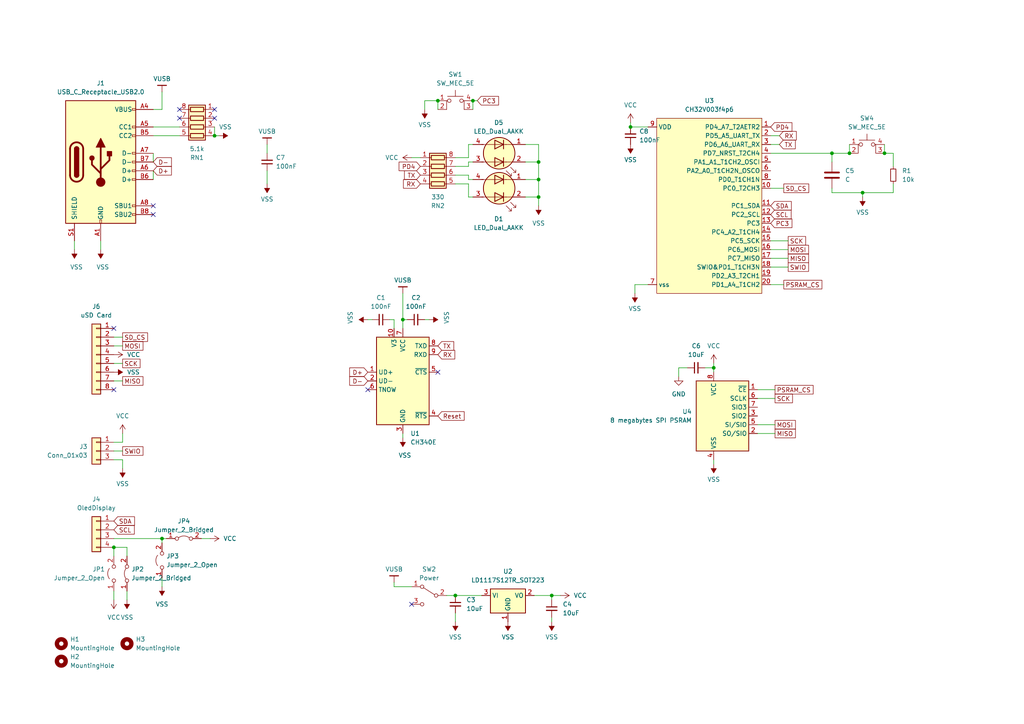
<source format=kicad_sch>
(kicad_sch (version 20230121) (generator eeschema)
  (paper "A4")
  (lib_symbols
    (symbol "CH32V003:CH32V003f4p6"
      (property "Reference" "U1" (at 0 33.02 0))
      (property "Value" "CH32V003f4p6" (at 0 30.48 0))
      (symbol "CH32V003f4p6_1_1"
        (rectangle (start -15.24 27.94) (end 15.24 -22.86) (fill (type background)))
        (pin bidirectional line (at 17.78 25.4 180) (length 2.54) (name "PD4_A7_T2AETR2") (number "1"))
        (pin bidirectional line (at 17.78 7.62 180) (length 2.54) (name "PC0_T2CH3") (number "10"))
        (pin bidirectional line (at 17.78 2.54 180) (length 2.54) (name "PC1_SDA") (number "11"))
        (pin bidirectional line (at 17.78 0 180) (length 2.54) (name "PC2_SCL") (number "12"))
        (pin bidirectional line (at 17.78 -2.54 180) (length 2.54) (name "PC3") (number "13"))
        (pin bidirectional line (at 17.78 -5.08 180) (length 2.54) (name "PC4_A2_T1CH4") (number "14"))
        (pin bidirectional line (at 17.78 -7.62 180) (length 2.54) (name "PC5_SCK") (number "15"))
        (pin bidirectional line (at 17.78 -10.16 180) (length 2.54) (name "PC6_MOSI") (number "16"))
        (pin bidirectional line (at 17.78 -12.7 180) (length 2.54) (name "PC7_MISO") (number "17"))
        (pin bidirectional line (at 17.78 -15.24 180) (length 2.54) (name "SWIO&PD1_T1CH3N") (number "18"))
        (pin bidirectional line (at 17.78 -17.78 180) (length 2.54) (name "PD2_A3_T2CH1") (number "19"))
        (pin bidirectional line (at 17.78 22.86 180) (length 2.54) (name "PD5_A5_UART_TX") (number "2"))
        (pin bidirectional line (at 17.78 -20.32 180) (length 2.54) (name "PD1_A4_T1CH2") (number "20"))
        (pin bidirectional line (at 17.78 20.32 180) (length 2.54) (name "PD6_A6_UART_RX") (number "3"))
        (pin bidirectional line (at 17.78 17.78 180) (length 2.54) (name "PD7_NRST_T2CH4") (number "4"))
        (pin bidirectional line (at 17.78 15.24 180) (length 2.54) (name "PA1_A1_T1CH2_OSCI") (number "5"))
        (pin bidirectional line (at 17.78 12.7 180) (length 2.54) (name "PA2_A0_T1CH2N_OSCO") (number "6"))
        (pin power_in line (at -17.78 -20.32 0) (length 2.54) (name "vss") (number "7"))
        (pin bidirectional line (at 17.78 10.16 180) (length 2.54) (name "PD0_T1CH1N") (number "8"))
        (pin power_in line (at -17.78 25.4 0) (length 2.54) (name "VDD") (number "9"))
      )
    )
    (symbol "Connector:USB_C_Receptacle_USB2.0" (pin_names (offset 1.016))
      (property "Reference" "J" (at -10.16 19.05 0))
      (property "Value" "USB_C_Receptacle_USB2.0" (at 19.05 19.05 0))
      (symbol "USB_C_Receptacle_USB2.0_0_0"
        (rectangle (start -0.254 -17.78) (end 0.254 -16.764))
        (rectangle (start 10.16 -14.986) (end 9.144 -15.494))
        (rectangle (start 10.16 -12.446) (end 9.144 -12.954))
        (rectangle (start 10.16 -4.826) (end 9.144 -5.334))
        (rectangle (start 10.16 -2.286) (end 9.144 -2.794))
        (rectangle (start 10.16 0.254) (end 9.144 -0.254))
        (rectangle (start 10.16 2.794) (end 9.144 2.286))
        (rectangle (start 10.16 7.874) (end 9.144 7.366))
        (rectangle (start 10.16 10.414) (end 9.144 9.906))
        (rectangle (start 10.16 15.494) (end 9.144 14.986))
      )
      (symbol "USB_C_Receptacle_USB2.0_0_1"
        (rectangle (start -10.16 17.78) (end 10.16 -17.78) (stroke (width 0.254)) (fill (type background)))
        (arc (start -8.89 -3.81) (mid -6.985 -5.7067) (end -5.08 -3.81) (stroke (width 0.508)))
        (arc (start -7.62 -3.81) (mid -6.985 -4.4423) (end -6.35 -3.81) (stroke (width 0.254)))
        (arc (start -7.62 -3.81) (mid -6.985 -4.4423) (end -6.35 -3.81) (stroke (width 0.254)) (fill (type outline)))
        (rectangle (start -7.62 -3.81) (end -6.35 3.81) (stroke (width 0.254)) (fill (type outline)))
        (arc (start -6.35 3.81) (mid -6.985 4.4423) (end -7.62 3.81) (stroke (width 0.254)))
        (arc (start -6.35 3.81) (mid -6.985 4.4423) (end -7.62 3.81) (stroke (width 0.254)) (fill (type outline)))
        (arc (start -5.08 3.81) (mid -6.985 5.7067) (end -8.89 3.81) (stroke (width 0.508)))
        (circle (center -2.54 1.143) (radius 0.635) (stroke (width 0.254)) (fill (type outline)))
        (circle (center 0 -5.842) (radius 1.27) (fill (type outline)))
        (polyline (pts (xy -8.89 -3.81) (xy -8.89 3.81)) (stroke (width 0.508)))
        (polyline (pts (xy -5.08 3.81) (xy -5.08 -3.81)) (stroke (width 0.508)))
        (polyline (pts (xy 0 -5.842) (xy 0 4.318)) (stroke (width 0.508)))
        (polyline (pts (xy 0 -3.302) (xy -2.54 -0.762) (xy -2.54 0.508)) (stroke (width 0.508)))
        (polyline (pts (xy 0 -2.032) (xy 2.54 0.508) (xy 2.54 1.778)) (stroke (width 0.508)))
        (polyline (pts (xy -1.27 4.318) (xy 0 6.858) (xy 1.27 4.318) (xy -1.27 4.318)) (stroke (width 0.254)) (fill (type outline)))
        (rectangle (start 1.905 1.778) (end 3.175 3.048) (stroke (width 0.254)) (fill (type outline)))
      )
      (symbol "USB_C_Receptacle_USB2.0_1_1"
        (pin passive line (at 0 -22.86 90) (length 5.08) (name "GND") (number "A1"))
        (pin passive line (at 0 -22.86 90) (length 5.08) hide (name "GND") (number "A12"))
        (pin passive line (at 15.24 15.24 180) (length 5.08) (name "VBUS") (number "A4"))
        (pin bidirectional line (at 15.24 10.16 180) (length 5.08) (name "CC1") (number "A5"))
        (pin bidirectional line (at 15.24 -2.54 180) (length 5.08) (name "D+") (number "A6"))
        (pin bidirectional line (at 15.24 2.54 180) (length 5.08) (name "D-") (number "A7"))
        (pin bidirectional line (at 15.24 -12.7 180) (length 5.08) (name "SBU1") (number "A8"))
        (pin passive line (at 15.24 15.24 180) (length 5.08) hide (name "VBUS") (number "A9"))
        (pin passive line (at 0 -22.86 90) (length 5.08) hide (name "GND") (number "B1"))
        (pin passive line (at 0 -22.86 90) (length 5.08) hide (name "GND") (number "B12"))
        (pin passive line (at 15.24 15.24 180) (length 5.08) hide (name "VBUS") (number "B4"))
        (pin bidirectional line (at 15.24 7.62 180) (length 5.08) (name "CC2") (number "B5"))
        (pin bidirectional line (at 15.24 -5.08 180) (length 5.08) (name "D+") (number "B6"))
        (pin bidirectional line (at 15.24 0 180) (length 5.08) (name "D-") (number "B7"))
        (pin bidirectional line (at 15.24 -15.24 180) (length 5.08) (name "SBU2") (number "B8"))
        (pin passive line (at 15.24 15.24 180) (length 5.08) hide (name "VBUS") (number "B9"))
        (pin passive line (at -7.62 -22.86 90) (length 5.08) (name "SHIELD") (number "S1"))
      )
    )
    (symbol "Connector_Generic:Conn_01x03" (pin_names (offset 1.016) hide)
      (property "Reference" "J" (at 0 5.08 0))
      (property "Value" "Conn_01x03" (at 0 -5.08 0))
      (symbol "Conn_01x03_1_1"
        (rectangle (start -1.27 -2.413) (end 0 -2.667) (stroke (width 0.1524)))
        (rectangle (start -1.27 0.127) (end 0 -0.127) (stroke (width 0.1524)))
        (rectangle (start -1.27 2.667) (end 0 2.413) (stroke (width 0.1524)))
        (rectangle (start -1.27 3.81) (end 1.27 -3.81) (stroke (width 0.254)) (fill (type background)))
        (pin passive line (at -5.08 2.54 0) (length 3.81) (name "Pin_1") (number "1"))
        (pin passive line (at -5.08 0 0) (length 3.81) (name "Pin_2") (number "2"))
        (pin passive line (at -5.08 -2.54 0) (length 3.81) (name "Pin_3") (number "3"))
      )
    )
    (symbol "Connector_Generic:Conn_01x04" (pin_names (offset 1.016) hide)
      (property "Reference" "J" (at 0 5.08 0))
      (property "Value" "Conn_01x04" (at 0 -7.62 0))
      (symbol "Conn_01x04_1_1"
        (rectangle (start -1.27 -4.953) (end 0 -5.207) (stroke (width 0.1524)))
        (rectangle (start -1.27 -2.413) (end 0 -2.667) (stroke (width 0.1524)))
        (rectangle (start -1.27 0.127) (end 0 -0.127) (stroke (width 0.1524)))
        (rectangle (start -1.27 2.667) (end 0 2.413) (stroke (width 0.1524)))
        (rectangle (start -1.27 3.81) (end 1.27 -6.35) (stroke (width 0.254)) (fill (type background)))
        (pin passive line (at -5.08 2.54 0) (length 3.81) (name "Pin_1") (number "1"))
        (pin passive line (at -5.08 0 0) (length 3.81) (name "Pin_2") (number "2"))
        (pin passive line (at -5.08 -2.54 0) (length 3.81) (name "Pin_3") (number "3"))
        (pin passive line (at -5.08 -5.08 0) (length 3.81) (name "Pin_4") (number "4"))
      )
    )
    (symbol "Connector_Generic:Conn_01x08" (pin_names (offset 1.016) hide)
      (property "Reference" "J" (at 0 10.16 0))
      (property "Value" "Conn_01x08" (at 0 -12.7 0))
      (symbol "Conn_01x08_1_1"
        (rectangle (start -1.27 -10.033) (end 0 -10.287) (stroke (width 0.1524)))
        (rectangle (start -1.27 -7.493) (end 0 -7.747) (stroke (width 0.1524)))
        (rectangle (start -1.27 -4.953) (end 0 -5.207) (stroke (width 0.1524)))
        (rectangle (start -1.27 -2.413) (end 0 -2.667) (stroke (width 0.1524)))
        (rectangle (start -1.27 0.127) (end 0 -0.127) (stroke (width 0.1524)))
        (rectangle (start -1.27 2.667) (end 0 2.413) (stroke (width 0.1524)))
        (rectangle (start -1.27 5.207) (end 0 4.953) (stroke (width 0.1524)))
        (rectangle (start -1.27 7.747) (end 0 7.493) (stroke (width 0.1524)))
        (rectangle (start -1.27 8.89) (end 1.27 -11.43) (stroke (width 0.254)) (fill (type background)))
        (pin passive line (at -5.08 7.62 0) (length 3.81) (name "Pin_1") (number "1"))
        (pin passive line (at -5.08 5.08 0) (length 3.81) (name "Pin_2") (number "2"))
        (pin passive line (at -5.08 2.54 0) (length 3.81) (name "Pin_3") (number "3"))
        (pin passive line (at -5.08 0 0) (length 3.81) (name "Pin_4") (number "4"))
        (pin passive line (at -5.08 -2.54 0) (length 3.81) (name "Pin_5") (number "5"))
        (pin passive line (at -5.08 -5.08 0) (length 3.81) (name "Pin_6") (number "6"))
        (pin passive line (at -5.08 -7.62 0) (length 3.81) (name "Pin_7") (number "7"))
        (pin passive line (at -5.08 -10.16 0) (length 3.81) (name "Pin_8") (number "8"))
      )
    )
    (symbol "Device:C" (pin_numbers hide) (pin_names (offset 0.254))
      (property "Reference" "C" (at 0.635 2.54 0))
      (property "Value" "C" (at 0.635 -2.54 0))
      (symbol "C_0_1"
        (polyline (pts (xy -2.032 -0.762) (xy 2.032 -0.762)) (stroke (width 0.508)))
        (polyline (pts (xy -2.032 0.762) (xy 2.032 0.762)) (stroke (width 0.508)))
      )
      (symbol "C_1_1"
        (pin passive line (at 0 3.81 270) (length 2.794) (name "~") (number "1"))
        (pin passive line (at 0 -3.81 90) (length 2.794) (name "~") (number "2"))
      )
    )
    (symbol "Device:C_Small" (pin_numbers hide) (pin_names (offset 0.254) hide)
      (property "Reference" "C" (at 0.254 1.778 0))
      (property "Value" "C_Small" (at 0.254 -2.032 0))
      (symbol "C_Small_0_1"
        (polyline (pts (xy -1.524 -0.508) (xy 1.524 -0.508)) (stroke (width 0.3302)))
        (polyline (pts (xy -1.524 0.508) (xy 1.524 0.508)) (stroke (width 0.3048)))
      )
      (symbol "C_Small_1_1"
        (pin passive line (at 0 2.54 270) (length 2.032) (name "~") (number "1"))
        (pin passive line (at 0 -2.54 90) (length 2.032) (name "~") (number "2"))
      )
    )
    (symbol "Device:R_Pack04" (pin_names (offset 0) hide)
      (property "Reference" "RN" (at -7.62 0 90))
      (property "Value" "R_Pack04" (at 5.08 0 90))
      (symbol "R_Pack04_0_1"
        (rectangle (start -6.35 -2.413) (end 3.81 2.413) (stroke (width 0.254)) (fill (type background)))
        (rectangle (start -5.715 1.905) (end -4.445 -1.905) (stroke (width 0.254)))
        (rectangle (start -3.175 1.905) (end -1.905 -1.905) (stroke (width 0.254)))
        (rectangle (start -0.635 1.905) (end 0.635 -1.905) (stroke (width 0.254)))
        (polyline (pts (xy -5.08 -2.54) (xy -5.08 -1.905)))
        (polyline (pts (xy -5.08 1.905) (xy -5.08 2.54)))
        (polyline (pts (xy -2.54 -2.54) (xy -2.54 -1.905)))
        (polyline (pts (xy -2.54 1.905) (xy -2.54 2.54)))
        (polyline (pts (xy 0 -2.54) (xy 0 -1.905)))
        (polyline (pts (xy 0 1.905) (xy 0 2.54)))
        (polyline (pts (xy 2.54 -2.54) (xy 2.54 -1.905)))
        (polyline (pts (xy 2.54 1.905) (xy 2.54 2.54)))
        (rectangle (start 1.905 1.905) (end 3.175 -1.905) (stroke (width 0.254)))
      )
      (symbol "R_Pack04_1_1"
        (pin passive line (at -5.08 -5.08 90) (length 2.54) (name "R1.1") (number "1"))
        (pin passive line (at -2.54 -5.08 90) (length 2.54) (name "R2.1") (number "2"))
        (pin passive line (at 0 -5.08 90) (length 2.54) (name "R3.1") (number "3"))
        (pin passive line (at 2.54 -5.08 90) (length 2.54) (name "R4.1") (number "4"))
        (pin passive line (at 2.54 5.08 270) (length 2.54) (name "R4.2") (number "5"))
        (pin passive line (at 0 5.08 270) (length 2.54) (name "R3.2") (number "6"))
        (pin passive line (at -2.54 5.08 270) (length 2.54) (name "R2.2") (number "7"))
        (pin passive line (at -5.08 5.08 270) (length 2.54) (name "R1.2") (number "8"))
      )
    )
    (symbol "Device:R_Small" (pin_numbers hide) (pin_names (offset 0.254) hide)
      (property "Reference" "R" (at 0.762 0.508 0))
      (property "Value" "R_Small" (at 0.762 -1.016 0))
      (symbol "R_Small_0_1"
        (rectangle (start -0.762 1.778) (end 0.762 -1.778) (stroke (width 0.2032)))
      )
      (symbol "R_Small_1_1"
        (pin passive line (at 0 2.54 270) (length 0.762) (name "~") (number "1"))
        (pin passive line (at 0 -2.54 90) (length 0.762) (name "~") (number "2"))
      )
    )
    (symbol "Interface_USB:CH340E"
      (property "Reference" "U" (at -5.08 13.97 0))
      (property "Value" "CH340E" (at 1.27 13.97 0))
      (symbol "CH340E_0_1"
        (rectangle (start -7.62 12.7) (end 7.62 -12.7) (stroke (width 0.254)) (fill (type background)))
      )
      (symbol "CH340E_1_1"
        (pin bidirectional line (at -10.16 2.54 0) (length 2.54) (name "UD+") (number "1"))
        (pin passive line (at -2.54 15.24 270) (length 2.54) (name "V3") (number "10"))
        (pin bidirectional line (at -10.16 0 0) (length 2.54) (name "UD-") (number "2"))
        (pin power_in line (at 0 -15.24 90) (length 2.54) (name "GND") (number "3"))
        (pin output line (at 10.16 -10.16 180) (length 2.54) (name "~{RTS}") (number "4"))
        (pin input line (at 10.16 2.54 180) (length 2.54) (name "~{CTS}") (number "5"))
        (pin output line (at -10.16 -2.54 0) (length 2.54) (name "TNOW") (number "6"))
        (pin power_in line (at 0 15.24 270) (length 2.54) (name "VCC") (number "7"))
        (pin output line (at 10.16 10.16 180) (length 2.54) (name "TXD") (number "8"))
        (pin input line (at 10.16 7.62 180) (length 2.54) (name "RXD") (number "9"))
      )
    )
    (symbol "Jumper:Jumper_2_Bridged" (pin_names (offset 0) hide)
      (property "Reference" "JP" (at 0 1.905 0))
      (property "Value" "Jumper_2_Bridged" (at 0 -2.54 0))
      (symbol "Jumper_2_Bridged_0_0"
        (circle (center -2.032 0) (radius 0.508))
        (circle (center 2.032 0) (radius 0.508))
      )
      (symbol "Jumper_2_Bridged_0_1"
        (arc (start 1.524 0.254) (mid 0 0.762) (end -1.524 0.254))
      )
      (symbol "Jumper_2_Bridged_1_1"
        (pin passive line (at -5.08 0 0) (length 2.54) (name "A") (number "1"))
        (pin passive line (at 5.08 0 180) (length 2.54) (name "B") (number "2"))
      )
    )
    (symbol "Jumper:Jumper_2_Open" (pin_names (offset 0) hide)
      (property "Reference" "JP" (at 0 2.794 0))
      (property "Value" "Jumper_2_Open" (at 0 -2.286 0))
      (symbol "Jumper_2_Open_0_0"
        (circle (center -2.032 0) (radius 0.508))
        (circle (center 2.032 0) (radius 0.508))
      )
      (symbol "Jumper_2_Open_0_1"
        (arc (start 1.524 1.27) (mid 0 1.778) (end -1.524 1.27))
      )
      (symbol "Jumper_2_Open_1_1"
        (pin passive line (at -5.08 0 0) (length 2.54) (name "A") (number "1"))
        (pin passive line (at 5.08 0 180) (length 2.54) (name "B") (number "2"))
      )
    )
    (symbol "LED_Dual_AAKK_1" (pin_names (offset 0) hide)
      (property "Reference" "D5" (at -0.127 11.43 0))
      (property "Value" "LED_Dual_AAKK" (at -0.127 8.89 0))
      (symbol "LED_Dual_AAKK_1_0_1"
        (polyline (pts (xy -5.08 -2.54) (xy 2.032 -2.54)))
        (polyline (pts (xy -5.08 2.54) (xy 2.032 2.54)))
        (polyline (pts (xy 1.27 -1.27) (xy 1.27 -3.81)) (stroke (width 0.254)))
        (polyline (pts (xy 1.27 3.81) (xy 1.27 1.27)) (stroke (width 0.254)))
        (polyline (pts (xy 3.81 -2.54) (xy 1.905 -2.54)))
        (polyline (pts (xy 3.81 2.54) (xy 1.905 2.54)))
        (polyline (pts (xy -1.27 -1.27) (xy -1.27 -3.81) (xy 1.27 -2.54) (xy -1.27 -1.27)) (stroke (width 0.254)))
        (polyline (pts (xy -1.27 3.81) (xy -1.27 1.27) (xy 1.27 2.54) (xy -1.27 3.81)) (stroke (width 0.254)))
        (polyline (pts (xy 2.032 5.08) (xy 3.556 6.604) (xy 2.794 6.604) (xy 3.556 6.604) (xy 3.556 5.842)))
        (polyline (pts (xy 3.302 4.064) (xy 4.826 5.588) (xy 4.064 5.588) (xy 4.826 5.588) (xy 4.826 4.826)))
        (circle (center 0 0) (radius 4.572) (stroke (width 0.254)) (fill (type background)))
      )
      (symbol "LED_Dual_AAKK_1_1_1"
        (pin input line (at 7.62 -2.54 180) (length 3.81) (name "K2") (number "1"))
        (pin input line (at 7.62 2.54 180) (length 3.81) (name "K1") (number "2"))
        (pin input line (at -7.62 2.54 0) (length 3.048) (name "A1") (number "3"))
        (pin input line (at -7.62 -2.54 0) (length 3.048) (name "A2") (number "4"))
      )
    )
    (symbol "Mechanical:MountingHole" (pin_names (offset 1.016))
      (property "Reference" "H" (at 0 5.08 0))
      (property "Value" "MountingHole" (at 0 3.175 0))
      (symbol "MountingHole_0_1"
        (circle (center 0 0) (radius 1.27) (stroke (width 1.27)))
      )
    )
    (symbol "Memory_RAM:ESP-PSRAM32"
      (property "Reference" "U" (at 3.81 11.43 0))
      (property "Value" "ESP-PSRAM32" (at -1.27 -11.43 0))
      (symbol "ESP-PSRAM32_0_1"
        (rectangle (start -7.62 10.16) (end 7.62 -10.16) (stroke (width 0.254)) (fill (type background)))
      )
      (symbol "ESP-PSRAM32_1_1"
        (pin input line (at 10.16 7.62 180) (length 2.54) (name "~{CE}") (number "1"))
        (pin output line (at 10.16 -5.08 180) (length 2.54) (name "SO/SIO") (number "2"))
        (pin bidirectional line (at 10.16 0 180) (length 2.54) (name "SIO2") (number "3"))
        (pin power_in line (at -2.54 -12.7 90) (length 2.54) (name "VSS") (number "4"))
        (pin input line (at 10.16 -2.54 180) (length 2.54) (name "SI/SIO") (number "5"))
        (pin output line (at 10.16 5.08 180) (length 2.54) (name "SCLK") (number "6"))
        (pin bidirectional line (at 10.16 2.54 180) (length 2.54) (name "SIO3") (number "7"))
        (pin power_in line (at -2.54 12.7 270) (length 2.54) (name "VCC") (number "8"))
      )
    )
    (symbol "Regulator_Linear:LD1117S12TR_SOT223"
      (property "Reference" "U" (at -3.81 3.175 0))
      (property "Value" "LD1117S12TR_SOT223" (at 0 3.175 0))
      (symbol "LD1117S12TR_SOT223_0_1"
        (rectangle (start -5.08 -5.08) (end 5.08 1.905) (stroke (width 0.254)) (fill (type background)))
      )
      (symbol "LD1117S12TR_SOT223_1_1"
        (pin power_in line (at 0 -7.62 90) (length 2.54) (name "GND") (number "1"))
        (pin power_out line (at 7.62 0 180) (length 2.54) (name "VO") (number "2"))
        (pin power_in line (at -7.62 0 0) (length 2.54) (name "VI") (number "3"))
      )
    )
    (symbol "Switch:SW_MEC_5E" (pin_names (offset 1.016) hide)
      (property "Reference" "SW" (at 0.635 5.715 0))
      (property "Value" "SW_MEC_5E" (at 0 -3.175 0))
      (symbol "SW_MEC_5E_0_1"
        (circle (center -1.778 2.54) (radius 0.508))
        (polyline (pts (xy -2.286 3.81) (xy 2.286 3.81)))
        (polyline (pts (xy 0 3.81) (xy 0 5.588)))
        (polyline (pts (xy -2.54 0) (xy -2.54 2.54) (xy -2.286 2.54)))
        (polyline (pts (xy 2.54 0) (xy 2.54 2.54) (xy 2.286 2.54)))
        (circle (center 1.778 2.54) (radius 0.508))
        (pin passive line (at -5.08 2.54 0) (length 2.54) (name "1") (number "1"))
        (pin passive line (at -5.08 0 0) (length 2.54) (name "2") (number "2"))
        (pin passive line (at 5.08 0 180) (length 2.54) (name "K") (number "3"))
        (pin passive line (at 5.08 2.54 180) (length 2.54) (name "A") (number "4"))
      )
    )
    (symbol "Switch:SW_SPDT" (pin_names (offset 0) hide)
      (property "Reference" "SW" (at 0 4.318 0))
      (property "Value" "SW_SPDT" (at 0 -5.08 0))
      (symbol "SW_SPDT_0_0"
        (circle (center -2.032 0) (radius 0.508))
        (circle (center 2.032 -2.54) (radius 0.508))
      )
      (symbol "SW_SPDT_0_1"
        (polyline (pts (xy -1.524 0.254) (xy 1.651 2.286)))
        (circle (center 2.032 2.54) (radius 0.508))
      )
      (symbol "SW_SPDT_1_1"
        (pin passive line (at 5.08 2.54 180) (length 2.54) (name "A") (number "1"))
        (pin passive line (at -5.08 0 0) (length 2.54) (name "B") (number "2"))
        (pin passive line (at 5.08 -2.54 180) (length 2.54) (name "C") (number "3"))
      )
    )
    (symbol "gkl_power:VUSB" (power) (pin_names (offset 0))
      (property "Value" "VUSB" (at 0 3.556 0))
      (symbol "VUSB_0_1"
        (polyline (pts (xy -1.27 1.905) (xy 1.27 1.905)) (stroke (width 0.3048)))
        (polyline (pts (xy 0 0) (xy 0 1.905)))
      )
      (symbol "VUSB_1_1"
        (pin power_in line (at 0 0 90) (length 0) hide (name "VUSB") (number "1"))
      )
    )
    (symbol "power:GND" (power) (pin_names (offset 0))
      (property "Value" "GND" (at 0 -3.81 0))
      (symbol "GND_0_1"
        (polyline (pts (xy 0 0) (xy 0 -1.27) (xy 1.27 -1.27) (xy 0 -2.54) (xy -1.27 -1.27) (xy 0 -1.27)))
      )
      (symbol "GND_1_1"
        (pin power_in line (at 0 0 270) (length 0) hide (name "GND") (number "1"))
      )
    )
    (symbol "power:VCC" (power) (pin_names (offset 0))
      (property "Value" "VCC" (at 0 3.81 0))
      (symbol "VCC_0_1"
        (polyline (pts (xy -0.762 1.27) (xy 0 2.54)))
        (polyline (pts (xy 0 0) (xy 0 2.54)))
        (polyline (pts (xy 0 2.54) (xy 0.762 1.27)))
      )
      (symbol "VCC_1_1"
        (pin power_in line (at 0 0 90) (length 0) hide (name "VCC") (number "1"))
      )
    )
    (symbol "power:VSS" (power) (pin_names (offset 0))
      (property "Value" "VSS" (at 0 3.81 0))
      (symbol "VSS_0_1"
        (polyline (pts (xy 0 0) (xy 0 2.54)))
        (polyline (pts (xy 0.762 1.27) (xy -0.762 1.27) (xy 0 2.54) (xy 0.762 1.27)) (fill (type outline)))
      )
      (symbol "VSS_1_1"
        (pin power_in line (at 0 0 90) (length 0) hide (name "VSS") (number "1"))
      )
    )
  )
  (junction (at 132.08 172.72))
  (junction (at 207.01 106.68))
  (junction (at 241.3 44.45))
  (junction (at 33.02 158.75))
  (junction (at 182.88 36.83))
  (junction (at 256.54 44.45))
  (junction (at 246.38 44.45))
  (junction (at 116.84 92.71))
  (junction (at 156.21 52.07))
  (junction (at 160.02 172.72))
  (junction (at 156.21 57.15))
  (junction (at 137.16 29.21))
  (junction (at 62.23 39.37))
  (junction (at 156.21 46.99))
  (junction (at 250.19 55.88))
  (junction (at 127 29.21))
  (junction (at 46.99 156.21))
  (no_connect (at 127 107.95))
  (no_connect (at 119.38 175.26))
  (no_connect (at 62.23 34.29))
  (no_connect (at 52.07 34.29))
  (no_connect (at 106.68 113.03))
  (no_connect (at 62.23 31.75))
  (no_connect (at 44.45 59.69))
  (no_connect (at 33.02 95.25))
  (no_connect (at 52.07 31.75))
  (no_connect (at 44.45 62.23))
  (no_connect (at 33.02 113.03))
  (wire (pts (xy 123.19 92.71) (xy 124.46 92.71)))
  (wire (pts (xy 35.56 135.89) (xy 35.56 133.35)))
  (wire (pts (xy 259.08 55.88) (xy 250.19 55.88)))
  (wire (pts (xy 123.19 29.21) (xy 127 29.21)))
  (wire (pts (xy 204.47 106.68) (xy 207.01 106.68)))
  (wire (pts (xy 259.08 53.34) (xy 259.08 55.88)))
  (wire (pts (xy 62.23 36.83) (xy 62.23 39.37)))
  (wire (pts (xy 36.83 158.75) (xy 33.02 158.75)))
  (wire (pts (xy 224.79 115.57) (xy 219.71 115.57)))
  (wire (pts (xy 156.21 57.15) (xy 156.21 52.07)))
  (wire (pts (xy 33.02 158.75) (xy 33.02 161.29)))
  (wire (pts (xy 156.21 59.69) (xy 156.21 57.15)))
  (wire (pts (xy 35.56 125.73) (xy 35.56 128.27)))
  (wire (pts (xy 160.02 179.07) (xy 160.02 180.34)))
  (wire (pts (xy 259.08 44.45) (xy 259.08 48.26)))
  (wire (pts (xy 184.15 85.09) (xy 184.15 82.55)))
  (wire (pts (xy 46.99 156.21) (xy 48.26 156.21)))
  (wire (pts (xy 184.15 82.55) (xy 187.96 82.55)))
  (wire (pts (xy 137.16 29.21) (xy 137.16 31.75)))
  (wire (pts (xy 160.02 172.72) (xy 162.56 172.72)))
  (wire (pts (xy 137.16 29.21) (xy 138.43 29.21)))
  (wire (pts (xy 33.02 97.79) (xy 35.56 97.79)))
  (wire (pts (xy 224.79 123.19) (xy 219.71 123.19)))
  (wire (pts (xy 116.84 85.09) (xy 116.84 92.71)))
  (wire (pts (xy 46.99 26.67) (xy 46.99 31.75)))
  (wire (pts (xy 44.45 39.37) (xy 52.07 39.37)))
  (wire (pts (xy 114.3 170.18) (xy 119.38 170.18)))
  (wire (pts (xy 46.99 31.75) (xy 44.45 31.75)))
  (wire (pts (xy 107.95 92.71) (xy 106.68 92.71)))
  (wire (pts (xy 182.88 35.56) (xy 182.88 36.83)))
  (wire (pts (xy 62.23 39.37) (xy 63.5 39.37)))
  (wire (pts (xy 129.54 172.72) (xy 132.08 172.72)))
  (wire (pts (xy 137.16 52.07) (xy 135.89 52.07)))
  (wire (pts (xy 256.54 44.45) (xy 259.08 44.45)))
  (wire (pts (xy 160.02 172.72) (xy 160.02 173.99)))
  (wire (pts (xy 135.89 46.99) (xy 135.89 48.26)))
  (wire (pts (xy 44.45 44.45) (xy 44.45 46.99)))
  (wire (pts (xy 227.33 82.55) (xy 223.52 82.55)))
  (wire (pts (xy 33.02 110.49) (xy 35.56 110.49)))
  (wire (pts (xy 224.79 113.03) (xy 219.71 113.03)))
  (wire (pts (xy 33.02 130.81) (xy 35.56 130.81)))
  (wire (pts (xy 246.38 41.91) (xy 246.38 44.45)))
  (wire (pts (xy 132.08 177.8) (xy 132.08 180.34)))
  (wire (pts (xy 156.21 41.91) (xy 152.4 41.91)))
  (wire (pts (xy 135.89 41.91) (xy 137.16 41.91)))
  (wire (pts (xy 44.45 36.83) (xy 52.07 36.83)))
  (wire (pts (xy 132.08 53.34) (xy 135.89 53.34)))
  (wire (pts (xy 21.59 72.39) (xy 21.59 69.85)))
  (wire (pts (xy 44.45 49.53) (xy 44.45 52.07)))
  (wire (pts (xy 114.3 95.25) (xy 114.3 92.71)))
  (wire (pts (xy 137.16 46.99) (xy 135.89 46.99)))
  (wire (pts (xy 35.56 133.35) (xy 33.02 133.35)))
  (wire (pts (xy 135.89 52.07) (xy 135.89 50.8)))
  (wire (pts (xy 135.89 50.8) (xy 132.08 50.8)))
  (wire (pts (xy 77.47 41.91) (xy 77.47 44.45)))
  (wire (pts (xy 132.08 45.72) (xy 135.89 45.72)))
  (wire (pts (xy 241.3 44.45) (xy 246.38 44.45)))
  (wire (pts (xy 226.06 39.37) (xy 223.52 39.37)))
  (wire (pts (xy 154.94 172.72) (xy 160.02 172.72)))
  (wire (pts (xy 77.47 49.53) (xy 77.47 53.34)))
  (wire (pts (xy 33.02 171.45) (xy 33.02 173.99)))
  (wire (pts (xy 36.83 161.29) (xy 36.83 158.75)))
  (wire (pts (xy 224.79 125.73) (xy 219.71 125.73)))
  (wire (pts (xy 228.6 74.93) (xy 223.52 74.93)))
  (wire (pts (xy 228.6 77.47) (xy 223.52 77.47)))
  (wire (pts (xy 182.88 36.83) (xy 187.96 36.83)))
  (wire (pts (xy 256.54 41.91) (xy 256.54 44.45)))
  (wire (pts (xy 137.16 57.15) (xy 135.89 57.15)))
  (wire (pts (xy 152.4 57.15) (xy 156.21 57.15)))
  (wire (pts (xy 226.06 41.91) (xy 223.52 41.91)))
  (wire (pts (xy 116.84 92.71) (xy 116.84 95.25)))
  (wire (pts (xy 223.52 44.45) (xy 241.3 44.45)))
  (wire (pts (xy 33.02 100.33) (xy 35.56 100.33)))
  (wire (pts (xy 156.21 46.99) (xy 156.21 41.91)))
  (wire (pts (xy 241.3 44.45) (xy 241.3 46.99)))
  (wire (pts (xy 36.83 171.45) (xy 36.83 173.99)))
  (wire (pts (xy 228.6 69.85) (xy 223.52 69.85)))
  (wire (pts (xy 33.02 105.41) (xy 35.56 105.41)))
  (wire (pts (xy 135.89 45.72) (xy 135.89 41.91)))
  (wire (pts (xy 196.85 106.68) (xy 199.39 106.68)))
  (wire (pts (xy 152.4 52.07) (xy 156.21 52.07)))
  (wire (pts (xy 135.89 48.26) (xy 132.08 48.26)))
  (wire (pts (xy 207.01 134.62) (xy 207.01 133.35)))
  (wire (pts (xy 127 29.21) (xy 127 31.75)))
  (wire (pts (xy 152.4 46.99) (xy 156.21 46.99)))
  (wire (pts (xy 132.08 172.72) (xy 139.7 172.72)))
  (wire (pts (xy 58.42 156.21) (xy 60.96 156.21)))
  (wire (pts (xy 227.33 54.61) (xy 223.52 54.61)))
  (wire (pts (xy 116.84 92.71) (xy 118.11 92.71)))
  (wire (pts (xy 241.3 55.88) (xy 241.3 54.61)))
  (wire (pts (xy 156.21 52.07) (xy 156.21 46.99)))
  (wire (pts (xy 46.99 167.64) (xy 46.99 170.18)))
  (wire (pts (xy 207.01 105.41) (xy 207.01 106.68)))
  (wire (pts (xy 135.89 57.15) (xy 135.89 53.34)))
  (wire (pts (xy 114.3 168.91) (xy 114.3 170.18)))
  (wire (pts (xy 250.19 57.15) (xy 250.19 55.88)))
  (wire (pts (xy 33.02 156.21) (xy 46.99 156.21)))
  (wire (pts (xy 228.6 72.39) (xy 223.52 72.39)))
  (wire (pts (xy 196.85 109.22) (xy 196.85 106.68)))
  (wire (pts (xy 35.56 128.27) (xy 33.02 128.27)))
  (wire (pts (xy 119.38 45.72) (xy 121.92 45.72)))
  (wire (pts (xy 114.3 92.71) (xy 113.03 92.71)))
  (wire (pts (xy 207.01 106.68) (xy 207.01 107.95)))
  (wire (pts (xy 250.19 55.88) (xy 241.3 55.88)))
  (wire (pts (xy 29.21 72.39) (xy 29.21 69.85)))
  (wire (pts (xy 116.84 125.73) (xy 116.84 127)))
  (wire (pts (xy 46.99 156.21) (xy 46.99 157.48)))
  (wire (pts (xy 123.19 31.75) (xy 123.19 29.21)))
  (global_label "PSRAM_CS" (shape passive) (at 227.33 82.55 0) (property "Intersheetrefs" "${INTERSHEET_REFS}" (effects hide)))
  (global_label "MISO" (shape passive) (at 224.79 125.73 0) (property "Intersheetrefs" "${INTERSHEET_REFS}" (effects hide)))
  (global_label "RX" (shape input) (at 127 102.87 0) (property "Intersheetrefs" "${INTERSHEET_REFS}" (effects hide)))
  (global_label "SCK" (shape passive) (at 224.79 115.57 0) (property "Intersheetrefs" "${INTERSHEET_REFS}" (effects hide)))
  (global_label "SWIO" (shape passive) (at 228.6 77.47 0) (property "Intersheetrefs" "${INTERSHEET_REFS}" (effects hide)))
  (global_label "SDA" (shape input) (at 223.52 59.69 0) (property "Intersheetrefs" "${INTERSHEET_REFS}" (effects hide)))
  (global_label "SWIO" (shape passive) (at 35.56 130.81 0) (property "Intersheetrefs" "${INTERSHEET_REFS}" (effects hide)))
  (global_label "D+" (shape input) (at 106.68 107.95 180) (property "Intersheetrefs" "${INTERSHEET_REFS}" (effects hide)))
  (global_label "PD4" (shape input) (at 121.92 48.26 180) (property "Intersheetrefs" "${INTERSHEET_REFS}" (effects hide)))
  (global_label "MOSI" (shape passive) (at 35.56 100.33 0) (property "Intersheetrefs" "${INTERSHEET_REFS}" (effects hide)))
  (global_label "SCL" (shape input) (at 223.52 62.23 0) (property "Intersheetrefs" "${INTERSHEET_REFS}" (effects hide)))
  (global_label "D-" (shape input) (at 106.68 110.49 180) (property "Intersheetrefs" "${INTERSHEET_REFS}" (effects hide)))
  (global_label "D+" (shape input) (at 44.45 49.53 0) (property "Intersheetrefs" "${INTERSHEET_REFS}" (effects hide)))
  (global_label "RX" (shape input) (at 226.06 39.37 0) (property "Intersheetrefs" "${INTERSHEET_REFS}" (effects hide)))
  (global_label "PC3" (shape input) (at 138.43 29.21 0) (property "Intersheetrefs" "${INTERSHEET_REFS}" (effects hide)))
  (global_label "TX" (shape input) (at 226.06 41.91 0) (property "Intersheetrefs" "${INTERSHEET_REFS}" (effects hide)))
  (global_label "MISO" (shape passive) (at 35.56 110.49 0) (property "Intersheetrefs" "${INTERSHEET_REFS}" (effects hide)))
  (global_label "PD4" (shape input) (at 223.52 36.83 0) (property "Intersheetrefs" "${INTERSHEET_REFS}" (effects hide)))
  (global_label "MISO" (shape passive) (at 228.6 74.93 0) (property "Intersheetrefs" "${INTERSHEET_REFS}" (effects hide)))
  (global_label "SDA" (shape input) (at 33.02 151.13 0) (property "Intersheetrefs" "${INTERSHEET_REFS}" (effects hide)))
  (global_label "TX" (shape input) (at 127 100.33 0) (property "Intersheetrefs" "${INTERSHEET_REFS}" (effects hide)))
  (global_label "SCK" (shape passive) (at 35.56 105.41 0) (property "Intersheetrefs" "${INTERSHEET_REFS}" (effects hide)))
  (global_label "TX" (shape input) (at 121.92 50.8 180) (property "Intersheetrefs" "${INTERSHEET_REFS}" (effects hide)))
  (global_label "SD_CS" (shape passive) (at 35.56 97.79 0) (property "Intersheetrefs" "${INTERSHEET_REFS}" (effects hide)))
  (global_label "SCL" (shape input) (at 33.02 153.67 0) (property "Intersheetrefs" "${INTERSHEET_REFS}" (effects hide)))
  (global_label "D-" (shape input) (at 44.45 46.99 0) (property "Intersheetrefs" "${INTERSHEET_REFS}" (effects hide)))
  (global_label "SD_CS" (shape passive) (at 227.33 54.61 0) (property "Intersheetrefs" "${INTERSHEET_REFS}" (effects hide)))
  (global_label "MOSI" (shape passive) (at 224.79 123.19 0) (property "Intersheetrefs" "${INTERSHEET_REFS}" (effects hide)))
  (global_label "PC3" (shape input) (at 223.52 64.77 0) (property "Intersheetrefs" "${INTERSHEET_REFS}" (effects hide)))
  (global_label "RX" (shape input) (at 121.92 53.34 180) (property "Intersheetrefs" "${INTERSHEET_REFS}" (effects hide)))
  (global_label "SCK" (shape passive) (at 228.6 69.85 0) (property "Intersheetrefs" "${INTERSHEET_REFS}" (effects hide)))
  (global_label "PSRAM_CS" (shape passive) (at 224.79 113.03 0) (property "Intersheetrefs" "${INTERSHEET_REFS}" (effects hide)))
  (global_label "MOSI" (shape passive) (at 228.6 72.39 0) (property "Intersheetrefs" "${INTERSHEET_REFS}" (effects hide)))
  (global_label "Reset" (shape input) (at 127 120.65 0) (property "Intersheetrefs" "${INTERSHEET_REFS}" (effects hide)))
  (symbol (lib_id "power:VSS") (at 21.59 72.39 180) (unit 1)
    (property "Reference" "#PWR01" (effects hide))
    (property "Value" "VSS" (at 20.32 77.47 0) (effects (justify right)))
  )
  (symbol (lib_id "gkl_power:VUSB") (at 114.3 168.91 0) (unit 1)
    (property "Reference" "#PWR010" (effects hide))
    (property "Value" "VUSB" (at 114.3 165.1 0))
  )
  (symbol (lib_id "power:VSS") (at 182.88 41.91 180) (unit 1)
    (property "Reference" "#PWR028" (effects hide))
    (property "Value" "VSS" (at 182.88 46.355 0))
  )
  (symbol (lib_id "power:VCC") (at 182.88 35.56 0) (unit 1)
    (property "Reference" "#PWR017" (effects hide))
    (property "Value" "VCC" (at 182.88 30.48 0))
  )
  (symbol (lib_id "power:VCC") (at 33.02 102.87 270) (unit 1)
    (property "Reference" "#PWR032" (effects hide))
    (property "Value" "VCC" (at 36.83 102.87 90) (effects (justify left)))
  )
  (symbol (lib_id "Jumper:Jumper_2_Open") (at 33.02 166.37 90) (unit 1)
    (property "Reference" "JP1" (at 30.48 165.1 90) (effects (justify left)))
    (property "Value" "Jumper_2_Open" (at 30.48 167.64 90) (effects (justify left)))
    (property "Footprint" "Jumper:SolderJumper-2_P1.3mm_Open_TrianglePad1.0x1.5mm" (effects hide))
  )
  (symbol (lib_id "power:VCC") (at 119.38 45.72 90) (mirror x) (unit 1)
    (property "Reference" "#PWR015" (effects hide))
    (property "Value" "VCC" (at 115.57 45.72 90) (effects (justify left)))
  )
  (symbol (lib_id "power:VSS") (at 147.32 180.34 180) (unit 1)
    (property "Reference" "#PWR012" (effects hide))
    (property "Value" "VSS" (at 147.32 184.785 0))
  )
  (symbol (lib_name "LED_Dual_AAKK_1") (lib_id "Device:LED_Dual_AAKK") (at 144.78 54.61 0) (mirror x) (unit 1)
    (property "Reference" "D1" (at 144.653 63.5 0))
    (property "Value" "LED_Dual_AAKK" (at 144.653 66.04 0))
    (property "Footprint" "UL_LED:F.1615.00003_RedGreen" (effects hide))
  )
  (symbol (lib_id "Device:C_Small") (at 110.49 92.71 270) (mirror x) (unit 1)
    (property "Reference" "C1" (at 110.4837 86.36 90))
    (property "Value" "100nF" (at 110.4837 88.9 90))
    (property "Footprint" "Capacitor_SMD:C_0805_2012Metric" (effects hide))
  )
  (symbol (lib_id "Switch:SW_MEC_5E") (at 251.46 44.45 0) (unit 1)
    (property "Reference" "SW4" (at 251.46 34.29 0))
    (property "Value" "SW_MEC_5E" (at 251.46 36.83 0))
    (property "Footprint" "UL_Buttons:TS3315A" (effects hide))
    (property "Datasheet" "http://www.apem.com/int/index.php?controller=attachment&id_attachment=1371" (effects hide))
  )
  (symbol (lib_id "Device:C") (at 241.3 50.8 0) (unit 1)
    (property "Reference" "C5" (at 245.11 49.53 0) (effects (justify left)))
    (property "Value" "C" (at 245.11 52.07 0) (effects (justify left)))
    (property "Footprint" "Capacitor_SMD:C_0805_2012Metric_Pad1.18x1.45mm_HandSolder" (effects hide))
  )
  (symbol (lib_id "power:VSS") (at 106.68 92.71 90) (mirror x) (unit 1)
    (property "Reference" "#PWR06" (effects hide))
    (property "Value" "VSS" (at 101.6 93.98 0) (effects (justify right)))
  )
  (symbol (lib_id "power:VSS") (at 156.21 59.69 180) (unit 1)
    (property "Reference" "#PWR016" (effects hide))
    (property "Value" "VSS" (at 156.21 64.77 0))
  )
  (symbol (lib_id "Connector_Generic:Conn_01x04") (at 27.94 153.67 0) (mirror y) (unit 1)
    (property "Reference" "J4" (at 27.94 144.78 0))
    (property "Value" "OledDisplay" (at 27.94 147.32 0))
    (property "Footprint" "Connector_PinHeader_2.54mm:PinHeader_1x04_P2.54mm_Vertical" (effects hide))
  )
  (symbol (lib_id "power:VCC") (at 207.01 105.41 0) (unit 1)
    (property "Reference" "#PWR021" (effects hide))
    (property "Value" "VCC" (at 207.01 100.33 0))
  )
  (symbol (lib_id "Mechanical:MountingHole") (at 36.83 186.69 0) (unit 1)
    (property "Reference" "H3" (at 39.37 185.42 0) (effects (justify left)))
    (property "Value" "MountingHole" (at 39.37 187.96 0) (effects (justify left)))
    (property "Footprint" "MountingHole:MountingHole_2.2mm_M2" (effects hide))
  )
  (symbol (lib_id "Jumper:Jumper_2_Bridged") (at 36.83 166.37 90) (unit 1)
    (property "Reference" "JP2" (at 38.1 165.1 90) (effects (justify right)))
    (property "Value" "Jumper_2_Bridged" (at 38.1 167.64 90) (effects (justify right)))
    (property "Footprint" "Jumper:SolderJumper-2_P1.3mm_Bridged_Pad1.0x1.5mm" (effects hide))
  )
  (symbol (lib_id "power:VSS") (at 46.99 170.18 180) (unit 1)
    (property "Reference" "#PWR026" (effects hide))
    (property "Value" "VSS" (at 46.99 175.26 0))
  )
  (symbol (lib_id "Device:C_Small") (at 77.47 46.99 180) (unit 1)
    (property "Reference" "C7" (at 80.01 45.7136 0) (effects (justify right)))
    (property "Value" "100nF" (at 80.01 48.2536 0) (effects (justify right)))
    (property "Footprint" "Capacitor_SMD:C_0805_2012Metric" (effects hide))
  )
  (symbol (lib_id "Device:R_Pack04") (at 127 50.8 270) (unit 1)
    (property "Reference" "RN2" (at 127 59.69 90))
    (property "Value" "330" (at 127 57.15 90))
    (property "Footprint" "Resistor_SMD:R_Array_Convex_4x0612" (effects hide))
  )
  (symbol (lib_id "Connector_Generic:Conn_01x03") (at 27.94 130.81 0) (mirror y) (unit 1)
    (property "Reference" "J3" (at 25.4 129.54 0) (effects (justify left)))
    (property "Value" "Conn_01x03" (at 25.4 132.08 0) (effects (justify left)))
    (property "Footprint" "Connector_PinHeader_2.54mm:PinHeader_1x03_P2.54mm_Vertical" (effects hide))
  )
  (symbol (lib_id "Device:C_Small") (at 182.88 39.37 180) (unit 1)
    (property "Reference" "C8" (at 185.42 38.0936 0) (effects (justify right)))
    (property "Value" "100nF" (at 185.42 40.6336 0) (effects (justify right)))
    (property "Footprint" "Capacitor_SMD:C_0805_2012Metric" (effects hide))
  )
  (symbol (lib_id "power:VSS") (at 250.19 57.15 180) (unit 1)
    (property "Reference" "#PWR033" (effects hide))
    (property "Value" "VSS" (at 250.19 61.595 0))
  )
  (symbol (lib_id "CH32V003:CH32V003f4p6") (at 205.74 62.23 0) (unit 1)
    (property "Reference" "U3" (at 205.74 29.21 0))
    (property "Value" "CH32V003f4p6" (at 205.74 31.75 0))
    (property "Footprint" "Package_SO:TSSOP-20_4.4x6.5mm_P0.65mm" (effects hide))
    (property "Datasheet" "https://github.com/cnlohr/ch32v003fun" (effects hide))
  )
  (symbol (lib_id "power:VSS") (at 132.08 180.34 180) (unit 1)
    (property "Reference" "#PWR011" (effects hide))
    (property "Value" "VSS" (at 132.08 184.785 0))
  )
  (symbol (lib_id "gkl_power:VUSB") (at 46.99 26.67 0) (unit 1)
    (property "Reference" "#PWR03" (effects hide))
    (property "Value" "VUSB" (at 46.99 22.86 0))
  )
  (symbol (lib_id "Device:C_Small") (at 132.08 175.26 0) (unit 1)
    (property "Reference" "C3" (at 135.255 173.9963 0) (effects (justify left)))
    (property "Value" "10uF" (at 135.255 176.5363 0) (effects (justify left)))
    (property "Footprint" "Capacitor_SMD:C_0805_2012Metric" (effects hide))
  )
  (symbol (lib_id "power:VSS") (at 35.56 135.89 180) (unit 1)
    (property "Reference" "#PWR020" (effects hide))
    (property "Value" "VSS" (at 35.56 140.335 0))
  )
  (symbol (lib_id "power:VSS") (at 124.46 92.71 270) (unit 1)
    (property "Reference" "#PWR09" (effects hide))
    (property "Value" "VSS" (at 129.54 93.98 0) (effects (justify right)))
  )
  (symbol (lib_id "Jumper:Jumper_2_Open") (at 46.99 162.56 90) (unit 1)
    (property "Reference" "JP3" (at 48.26 161.29 90) (effects (justify right)))
    (property "Value" "Jumper_2_Open" (at 48.26 163.83 90) (effects (justify right)))
    (property "Footprint" "Jumper:SolderJumper-2_P1.3mm_Open_TrianglePad1.0x1.5mm" (effects hide))
  )
  (symbol (lib_id "Device:R_Pack04") (at 57.15 36.83 90) (mirror x) (unit 1)
    (property "Reference" "RN1" (at 57.15 45.72 90))
    (property "Value" "5.1k" (at 57.15 43.18 90))
    (property "Footprint" "Resistor_SMD:R_Array_Convex_4x0612" (effects hide))
  )
  (symbol (lib_id "power:GND") (at 196.85 109.22 0) (unit 1)
    (property "Reference" "#PWR030" (effects hide))
    (property "Value" "GND" (at 196.85 114.3 0))
  )
  (symbol (lib_id "Memory_RAM:ESP-PSRAM32") (at 209.55 120.65 0) (unit 1)
    (property "Reference" "U4" (at 200.66 119.38 0) (effects (justify right)))
    (property "Value" "8 megabytes SPI PSRAM" (at 200.66 121.92 0) (effects (justify right)))
    (property "Footprint" "Package_SO:SOIC-8_3.9x4.9mm_P1.27mm" (effects hide))
    (property "Datasheet" "https://www.espressif.com/sites/default/files/documentation/esp-psram32_datasheet_en.pdf" (effects hide))
  )
  (symbol (lib_id "power:VSS") (at 77.47 53.34 180) (unit 1)
    (property "Reference" "#PWR029" (effects hide))
    (property "Value" "VSS" (at 77.47 57.785 0))
  )
  (symbol (lib_id "Switch:SW_MEC_5E") (at 132.08 31.75 0) (unit 1)
    (property "Reference" "SW1" (at 132.08 21.59 0))
    (property "Value" "SW_MEC_5E" (at 132.08 24.13 0))
    (property "Footprint" "UL_Buttons:TS3315A" (effects hide))
    (property "Datasheet" "http://www.apem.com/int/index.php?controller=attachment&id_attachment=1371" (effects hide))
  )
  (symbol (lib_id "Regulator_Linear:LD1117S12TR_SOT223") (at 147.32 172.72 0) (unit 1)
    (property "Reference" "U2" (at 147.32 165.735 0))
    (property "Value" "LD1117S12TR_SOT223" (at 147.32 168.275 0))
    (property "Footprint" "Package_TO_SOT_SMD:SOT-223-3_TabPin2" (effects hide))
    (property "Datasheet" "http://www.st.com/st-web-ui/static/active/en/resource/technical/document/datasheet/CD00000544.pdf" (effects hide))
  )
  (symbol (lib_id "gkl_power:VUSB") (at 77.47 41.91 0) (unit 1)
    (property "Reference" "#PWR031" (effects hide))
    (property "Value" "VUSB" (at 77.47 38.1 0))
  )
  (symbol (lib_id "power:VSS") (at 184.15 85.09 180) (unit 1)
    (property "Reference" "#PWR018" (effects hide))
    (property "Value" "VSS" (at 184.15 89.535 0))
  )
  (symbol (lib_id "gkl_power:VUSB") (at 116.84 85.09 0) (unit 1)
    (property "Reference" "#PWR07" (effects hide))
    (property "Value" "VUSB" (at 116.84 81.28 0))
  )
  (symbol (lib_id "Jumper:Jumper_2_Bridged") (at 53.34 156.21 0) (unit 1)
    (property "Reference" "JP4" (at 53.34 151.13 0))
    (property "Value" "Jumper_2_Bridged" (at 53.34 153.67 0))
    (property "Footprint" "Jumper:SolderJumper-2_P1.3mm_Bridged_Pad1.0x1.5mm" (effects hide))
  )
  (symbol (lib_id "Device:C_Small") (at 160.02 176.53 0) (unit 1)
    (property "Reference" "C4" (at 163.195 175.2663 0) (effects (justify left)))
    (property "Value" "10uF" (at 163.195 177.8063 0) (effects (justify left)))
    (property "Footprint" "Capacitor_SMD:C_0805_2012Metric" (effects hide))
  )
  (symbol (lib_id "power:VCC") (at 35.56 125.73 0) (unit 1)
    (property "Reference" "#PWR023" (effects hide))
    (property "Value" "VCC" (at 35.56 120.65 0))
  )
  (symbol (lib_id "power:VSS") (at 33.02 107.95 270) (unit 1)
    (property "Reference" "#PWR022" (effects hide))
    (property "Value" "VSS" (at 36.83 107.95 90) (effects (justify left)))
  )
  (symbol (lib_name "LED_Dual_AAKK_1") (lib_id "Device:LED_Dual_AAKK") (at 144.78 44.45 0) (mirror x) (unit 1)
    (property "Reference" "D5" (at 144.653 35.56 0))
    (property "Value" "LED_Dual_AAKK" (at 144.653 38.1 0))
    (property "Footprint" "UL_LED:F.1615.00003_RedGreen" (effects hide))
  )
  (symbol (lib_id "power:VSS") (at 36.83 173.99 180) (unit 1)
    (property "Reference" "#PWR025" (effects hide))
    (property "Value" "VSS" (at 36.83 179.07 0))
  )
  (symbol (lib_id "Device:R_Small") (at 259.08 50.8 0) (unit 1)
    (property "Reference" "R1" (at 261.62 49.53 0) (effects (justify left)))
    (property "Value" "10k" (at 261.62 52.07 0) (effects (justify left)))
    (property "Footprint" "Resistor_SMD:R_0805_2012Metric" (effects hide))
  )
  (symbol (lib_id "Device:C_Small") (at 201.93 106.68 90) (unit 1)
    (property "Reference" "C6" (at 201.9363 100.33 90))
    (property "Value" "10uF" (at 201.9363 102.87 90))
    (property "Footprint" "Capacitor_SMD:C_0805_2012Metric" (effects hide))
  )
  (symbol (lib_id "power:VSS") (at 116.84 127 180) (unit 1)
    (property "Reference" "#PWR08" (effects hide))
    (property "Value" "VSS" (at 115.57 132.08 0) (effects (justify right)))
  )
  (symbol (lib_id "power:VCC") (at 60.96 156.21 270) (unit 1)
    (property "Reference" "#PWR027" (effects hide))
    (property "Value" "VCC" (at 64.77 156.21 90) (effects (justify left)))
  )
  (symbol (lib_id "Mechanical:MountingHole") (at 17.78 186.69 0) (unit 1)
    (property "Reference" "H1" (at 20.32 185.42 0) (effects (justify left)))
    (property "Value" "MountingHole" (at 20.32 187.96 0) (effects (justify left)))
    (property "Footprint" "MountingHole:MountingHole_2.2mm_M2" (effects hide))
  )
  (symbol (lib_id "power:VSS") (at 160.02 180.34 180) (unit 1)
    (property "Reference" "#PWR013" (effects hide))
    (property "Value" "VSS" (at 160.02 184.785 0))
  )
  (symbol (lib_id "power:VCC") (at 162.56 172.72 270) (unit 1)
    (property "Reference" "#PWR014" (effects hide))
    (property "Value" "VCC" (at 166.37 172.72 90) (effects (justify left)))
  )
  (symbol (lib_id "Connector:USB_C_Receptacle_USB2.0") (at 29.21 46.99 0) (unit 1)
    (property "Reference" "J1" (at 29.21 24.13 0))
    (property "Value" "USB_C_Receptacle_USB2.0" (at 29.21 26.67 0))
    (property "Footprint" "BadgePiratesFootprint:USB_C_Receptical-Jing" (effects hide))
    (property "Datasheet" "https://www.usb.org/sites/default/files/documents/usb_type-c.zip" (effects hide))
  )
  (symbol (lib_id "Device:C_Small") (at 120.65 92.71 90) (unit 1)
    (property "Reference" "C2" (at 120.6563 86.36 90))
    (property "Value" "100nF" (at 120.6563 88.9 90))
    (property "Footprint" "Capacitor_SMD:C_0805_2012Metric" (effects hide))
  )
  (symbol (lib_id "Interface_USB:CH340E") (at 116.84 110.49 0) (unit 1)
    (property "Reference" "U1" (at 119.0341 125.73 0) (effects (justify left)))
    (property "Value" "CH340E" (at 119.0341 128.27 0) (effects (justify left)))
    (property "Footprint" "Package_SO:MSOP-10_3x3mm_P0.5mm" (effects hide))
    (property "Datasheet" "https://www.mpja.com/download/35227cpdata.pdf" (effects hide))
  )
  (symbol (lib_id "Connector_Generic:Conn_01x08") (at 27.94 102.87 0) (mirror y) (unit 1)
    (property "Reference" "J6" (at 27.94 88.9 0))
    (property "Value" "uSD Card" (at 27.94 91.44 0))
    (property "Footprint" "UL_Card:TF Push_ShouHan" (effects hide))
  )
  (symbol (lib_id "Mechanical:MountingHole") (at 17.78 191.77 0) (unit 1)
    (property "Reference" "H2" (at 20.32 190.5 0) (effects (justify left)))
    (property "Value" "MountingHole" (at 20.32 193.04 0) (effects (justify left)))
    (property "Footprint" "MountingHole:MountingHole_2.2mm_M2" (effects hide))
  )
  (symbol (lib_id "power:VSS") (at 207.01 134.62 180) (unit 1)
    (property "Reference" "#PWR019" (effects hide))
    (property "Value" "VSS" (at 207.01 139.065 0))
  )
  (symbol (lib_id "power:VSS") (at 123.19 31.75 180) (unit 1)
    (property "Reference" "#PWR05" (effects hide))
    (property "Value" "VSS" (at 123.19 36.195 0))
  )
  (symbol (lib_id "power:VSS") (at 63.5 39.37 270) (unit 1)
    (property "Reference" "#PWR04" (effects hide))
    (property "Value" "VSS" (at 63.5 36.83 90) (effects (justify left)))
  )
  (symbol (lib_id "power:VSS") (at 29.21 72.39 180) (unit 1)
    (property "Reference" "#PWR02" (effects hide))
    (property "Value" "VSS" (at 27.94 77.47 0) (effects (justify right)))
  )
  (symbol (lib_id "Switch:SW_SPDT") (at 124.46 172.72 0) (mirror y) (unit 1)
    (property "Reference" "SW2" (at 124.46 165.1 0))
    (property "Value" "Power" (at 124.46 167.64 0))
    (property "Footprint" "Button_Switch_SMD:SW_SPDT_PCM12" (effects hide))
  )
  (symbol (lib_id "power:VCC") (at 33.02 173.99 180) (unit 1)
    (property "Reference" "#PWR024" (effects hide))
    (property "Value" "VCC" (at 33.02 179.07 0))
  )
)
</source>
